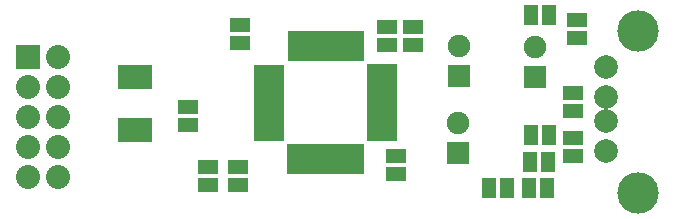
<source format=gts>
G04 (created by PCBNEW-RS274X (2012-jan-04)-stable) date Thu 15 Nov 2012 21:08:36 CET*
G01*
G70*
G90*
%MOIN*%
G04 Gerber Fmt 3.4, Leading zero omitted, Abs format*
%FSLAX34Y34*%
G04 APERTURE LIST*
%ADD10C,0.006000*%
%ADD11C,0.079100*%
%ADD12C,0.138100*%
%ADD13R,0.037700X0.098700*%
%ADD14R,0.098700X0.037700*%
%ADD15R,0.075000X0.075000*%
%ADD16C,0.075000*%
%ADD17R,0.080000X0.080000*%
%ADD18C,0.080000*%
%ADD19R,0.065000X0.045000*%
%ADD20R,0.045000X0.065000*%
%ADD21R,0.114500X0.083000*%
G04 APERTURE END LIST*
G54D10*
G54D11*
X61800Y-39725D03*
X61800Y-40725D03*
X61800Y-41525D03*
X61800Y-42525D03*
G54D12*
X62850Y-38525D03*
X62850Y-43925D03*
G54D13*
X53543Y-42796D03*
X53228Y-42796D03*
X52913Y-42796D03*
X52598Y-42796D03*
X52283Y-42796D03*
X51968Y-42796D03*
X51653Y-42796D03*
X51338Y-42796D03*
X51340Y-39030D03*
X53550Y-39030D03*
X53230Y-39030D03*
X52910Y-39030D03*
X52600Y-39030D03*
X52280Y-39030D03*
X51970Y-39030D03*
X51650Y-39030D03*
G54D14*
X50550Y-42012D03*
X50550Y-41698D03*
X50550Y-41382D03*
X50550Y-41068D03*
X50550Y-40752D03*
X50550Y-40438D03*
X50550Y-40122D03*
X50550Y-39808D03*
X54330Y-42010D03*
X54330Y-41700D03*
X54330Y-41380D03*
X54330Y-41070D03*
X54330Y-40760D03*
X54330Y-40440D03*
X54330Y-40120D03*
X54330Y-39800D03*
G54D15*
X56900Y-40025D03*
G54D16*
X56900Y-39025D03*
G54D15*
X56850Y-42575D03*
G54D16*
X56850Y-41575D03*
G54D15*
X59425Y-40050D03*
G54D16*
X59425Y-39050D03*
G54D17*
X42525Y-39375D03*
G54D18*
X43525Y-39375D03*
X42525Y-40375D03*
X43525Y-40375D03*
X42525Y-41375D03*
X43525Y-41375D03*
X42525Y-42375D03*
X43525Y-42375D03*
X42525Y-43375D03*
X43525Y-43375D03*
G54D19*
X54500Y-38375D03*
X54500Y-38975D03*
X60825Y-38150D03*
X60825Y-38750D03*
X54775Y-43300D03*
X54775Y-42700D03*
X47850Y-41650D03*
X47850Y-41050D03*
X60675Y-42100D03*
X60675Y-42700D03*
G54D20*
X59250Y-42900D03*
X59850Y-42900D03*
X57875Y-43750D03*
X58475Y-43750D03*
G54D19*
X49575Y-38925D03*
X49575Y-38325D03*
X49525Y-43650D03*
X49525Y-43050D03*
G54D20*
X59275Y-37975D03*
X59875Y-37975D03*
G54D19*
X60675Y-41200D03*
X60675Y-40600D03*
X48525Y-43050D03*
X48525Y-43650D03*
G54D20*
X59275Y-42000D03*
X59875Y-42000D03*
X59825Y-43750D03*
X59225Y-43750D03*
G54D19*
X55350Y-38400D03*
X55350Y-39000D03*
G54D21*
X46075Y-41836D03*
X46075Y-40064D03*
M02*

</source>
